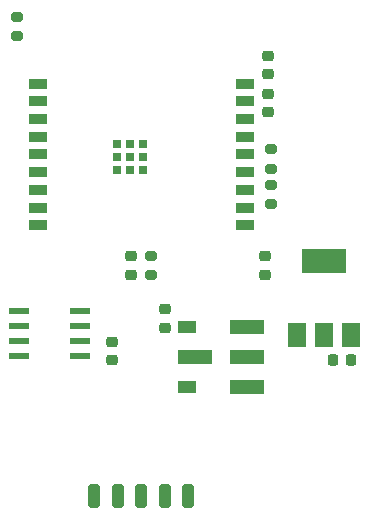
<source format=gbr>
%TF.GenerationSoftware,KiCad,Pcbnew,6.0.11-2627ca5db0~126~ubuntu22.04.1*%
%TF.CreationDate,2023-12-08T19:13:14-08:00*%
%TF.ProjectId,compact-probe,636f6d70-6163-4742-9d70-726f62652e6b,rev?*%
%TF.SameCoordinates,Original*%
%TF.FileFunction,Paste,Bot*%
%TF.FilePolarity,Positive*%
%FSLAX46Y46*%
G04 Gerber Fmt 4.6, Leading zero omitted, Abs format (unit mm)*
G04 Created by KiCad (PCBNEW 6.0.11-2627ca5db0~126~ubuntu22.04.1) date 2023-12-08 19:13:14*
%MOMM*%
%LPD*%
G01*
G04 APERTURE LIST*
G04 Aperture macros list*
%AMRoundRect*
0 Rectangle with rounded corners*
0 $1 Rounding radius*
0 $2 $3 $4 $5 $6 $7 $8 $9 X,Y pos of 4 corners*
0 Add a 4 corners polygon primitive as box body*
4,1,4,$2,$3,$4,$5,$6,$7,$8,$9,$2,$3,0*
0 Add four circle primitives for the rounded corners*
1,1,$1+$1,$2,$3*
1,1,$1+$1,$4,$5*
1,1,$1+$1,$6,$7*
1,1,$1+$1,$8,$9*
0 Add four rect primitives between the rounded corners*
20,1,$1+$1,$2,$3,$4,$5,0*
20,1,$1+$1,$4,$5,$6,$7,0*
20,1,$1+$1,$6,$7,$8,$9,0*
20,1,$1+$1,$8,$9,$2,$3,0*%
G04 Aperture macros list end*
%ADD10RoundRect,0.225000X-0.250000X0.225000X-0.250000X-0.225000X0.250000X-0.225000X0.250000X0.225000X0*%
%ADD11R,1.500000X2.000000*%
%ADD12R,3.800000X2.000000*%
%ADD13RoundRect,0.225000X0.250000X-0.225000X0.250000X0.225000X-0.250000X0.225000X-0.250000X-0.225000X0*%
%ADD14RoundRect,0.250000X0.250000X0.750000X-0.250000X0.750000X-0.250000X-0.750000X0.250000X-0.750000X0*%
%ADD15R,1.750000X0.590000*%
%ADD16RoundRect,0.200000X0.275000X-0.200000X0.275000X0.200000X-0.275000X0.200000X-0.275000X-0.200000X0*%
%ADD17RoundRect,0.200000X-0.275000X0.200000X-0.275000X-0.200000X0.275000X-0.200000X0.275000X0.200000X0*%
%ADD18R,1.500000X0.900000*%
%ADD19R,0.700000X0.700000*%
%ADD20R,2.870000X1.250000*%
%ADD21R,1.580000X1.050000*%
%ADD22RoundRect,0.225000X0.225000X0.250000X-0.225000X0.250000X-0.225000X-0.250000X0.225000X-0.250000X0*%
G04 APERTURE END LIST*
D10*
%TO.C,C9*%
X-2500000Y-7975000D03*
X-2500000Y-9525000D03*
%TD*%
D11*
%TO.C,U6*%
X17800000Y-7400000D03*
D12*
X15500000Y-1100000D03*
D11*
X15500000Y-7400000D03*
X13200000Y-7400000D03*
%TD*%
D13*
%TO.C,C5*%
X10500000Y-2275000D03*
X10500000Y-725000D03*
%TD*%
D14*
%TO.C,J6*%
X0Y-21000000D03*
%TD*%
D13*
%TO.C,C1*%
X2000000Y-6775000D03*
X2000000Y-5225000D03*
%TD*%
D10*
%TO.C,C6*%
X10750000Y13025000D03*
X10750000Y11475000D03*
%TD*%
D15*
%TO.C,U1*%
X-5165000Y-5345000D03*
X-5165000Y-6615000D03*
X-5165000Y-7885000D03*
X-5165000Y-9155000D03*
X-10335000Y-9155000D03*
X-10335000Y-7885000D03*
X-10335000Y-6615000D03*
X-10335000Y-5345000D03*
%TD*%
D14*
%TO.C,J5*%
X2000000Y-21000000D03*
%TD*%
%TO.C,J4*%
X4000000Y-21000000D03*
%TD*%
%TO.C,J8*%
X-4000000Y-21000000D03*
%TD*%
D16*
%TO.C,R4*%
X11000000Y3675000D03*
X11000000Y5325000D03*
%TD*%
%TO.C,R1*%
X850000Y-2325000D03*
X850000Y-675000D03*
%TD*%
D13*
%TO.C,C7*%
X10750000Y14725000D03*
X10750000Y16275000D03*
%TD*%
D17*
%TO.C,R2*%
X-10500000Y19575000D03*
X-10500000Y17925000D03*
%TD*%
D18*
%TO.C,U4*%
X8750000Y13900000D03*
X8750000Y12400000D03*
X8750000Y10900000D03*
X8750000Y9400000D03*
X8750000Y7900000D03*
X8750000Y6400000D03*
X8750000Y4900000D03*
X8750000Y3400000D03*
X8750000Y1900000D03*
X-8750000Y1900000D03*
X-8750000Y3400000D03*
X-8750000Y4900000D03*
X-8750000Y6400000D03*
X-8750000Y7900000D03*
X-8750000Y9400000D03*
X-8750000Y10900000D03*
X-8750000Y12400000D03*
X-8750000Y13900000D03*
D19*
X140000Y8800000D03*
X-960000Y8800000D03*
X-2060000Y8800000D03*
X140000Y7700000D03*
X-960000Y7700000D03*
X-2060000Y7700000D03*
X140000Y6600000D03*
X-960000Y6600000D03*
X-2060000Y6600000D03*
%TD*%
D14*
%TO.C,J7*%
X-2000000Y-21000000D03*
%TD*%
D17*
%TO.C,R3*%
X11000000Y8325000D03*
X11000000Y6675000D03*
%TD*%
D20*
%TO.C,PS1*%
X8965000Y-6710000D03*
X8965000Y-9250000D03*
X8965000Y-11790000D03*
D21*
X3890000Y-11790000D03*
D20*
X4535000Y-9250000D03*
D21*
X3890000Y-6710000D03*
%TD*%
D10*
%TO.C,C4*%
X-900000Y-725000D03*
X-900000Y-2275000D03*
%TD*%
D22*
%TO.C,C3*%
X17775000Y-9500000D03*
X16225000Y-9500000D03*
%TD*%
M02*

</source>
